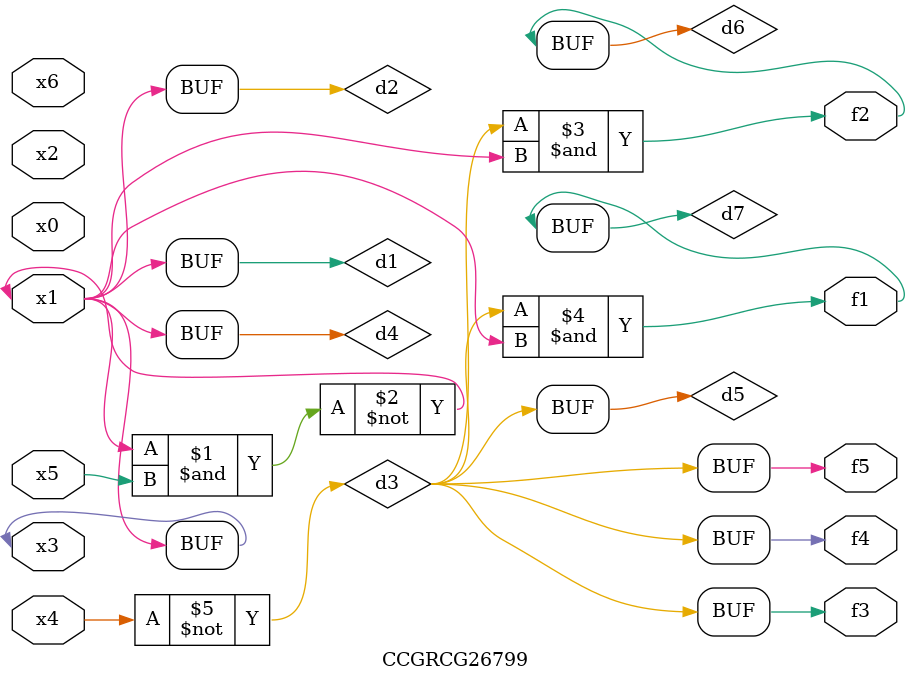
<source format=v>
module CCGRCG26799(
	input x0, x1, x2, x3, x4, x5, x6,
	output f1, f2, f3, f4, f5
);

	wire d1, d2, d3, d4, d5, d6, d7;

	buf (d1, x1, x3);
	nand (d2, x1, x5);
	not (d3, x4);
	buf (d4, d1, d2);
	buf (d5, d3);
	and (d6, d3, d4);
	and (d7, d3, d4);
	assign f1 = d7;
	assign f2 = d6;
	assign f3 = d5;
	assign f4 = d5;
	assign f5 = d5;
endmodule

</source>
